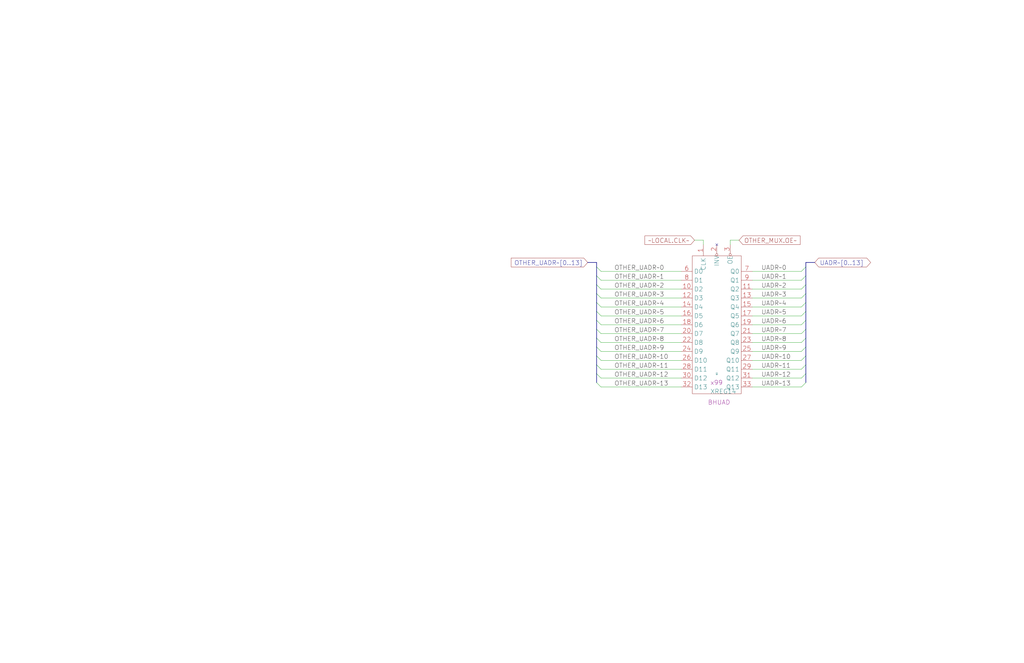
<source format=kicad_sch>
(kicad_sch (version 20220404) (generator eeschema)
  (paper "User" 584.2 378.46)
  (title_block (title "BAD HINT MICRO ADDRESS") (date "22-MAY-90") (rev "1.0") (comment 1 "SEQUENCER") (comment 2 "232-003064") (comment 3 "S400") (comment 4 "RELEASED"))
  (lib_symbols
    (symbol "r1000:XREG14" (pin_names (offset 1.016))
      (property "Reference" "U" (at 2.54 5.08 0))
      (property "Value" "XREG14" (at -1.27 -5.08 0))
      (property "Location" "___" (at -1.27 0 0))
      (property "Name" "______" (at 3.81 -12.7 0))
      (symbol "XREG14_1_1"
        (rectangle (start -11.43 72.39) (end 16.51 -6.35))
        (circle (center 2.54 73.025) (radius 0.635))
        (circle (center 10.16 73.025) (radius 0.635))
        (pin input line (at -5.08 78.74 270) (length 6.35) (name "CLK") (number "1"))
        (pin input line (at -17.78 53.34 0) (length 6.35) (name "D2") (number "10"))
        (pin tri_state line (at 22.86 53.34 180) (length 6.35) (name "Q2") (number "11"))
        (pin input line (at -17.78 48.26 0) (length 6.35) (name "D3") (number "12"))
        (pin tri_state line (at 22.86 48.26 180) (length 6.35) (name "Q3") (number "13"))
        (pin input line (at -17.78 43.18 0) (length 6.35) (name "D4") (number "14"))
        (pin tri_state line (at 22.86 43.18 180) (length 6.35) (name "Q4") (number "15"))
        (pin input line (at -17.78 38.1 0) (length 6.35) (name "D5") (number "16"))
        (pin tri_state line (at 22.86 38.1 180) (length 6.35) (name "Q5") (number "17"))
        (pin input line (at -17.78 33.02 0) (length 6.35) (name "D6") (number "18"))
        (pin tri_state line (at 22.86 33.02 180) (length 6.35) (name "Q6") (number "19"))
        (pin input line (at 2.54 78.74 270) (length 5.08) (name "INV") (number "2"))
        (pin input line (at -17.78 27.94 0) (length 6.35) (name "D7") (number "20"))
        (pin tri_state line (at 22.86 27.94 180) (length 6.35) (name "Q7") (number "21"))
        (pin input line (at -17.78 22.86 0) (length 6.35) (name "D8") (number "22"))
        (pin tri_state line (at 22.86 22.86 180) (length 6.35) (name "Q8") (number "23"))
        (pin input line (at -17.78 17.78 0) (length 6.35) (name "D9") (number "24"))
        (pin tri_state line (at 22.86 17.78 180) (length 6.35) (name "Q9") (number "25"))
        (pin input line (at -17.78 12.7 0) (length 6.35) (name "D10") (number "26"))
        (pin tri_state line (at 22.86 12.7 180) (length 6.35) (name "Q10") (number "27"))
        (pin input line (at -17.78 7.62 0) (length 6.35) (name "D11") (number "28"))
        (pin tri_state line (at 22.86 7.62 180) (length 6.35) (name "Q11") (number "29"))
        (pin input line (at 10.16 78.74 270) (length 5.08) (name "OE") (number "3"))
        (pin input line (at -17.78 2.54 0) (length 6.35) (name "D12") (number "30"))
        (pin tri_state line (at 22.86 2.54 180) (length 6.35) (name "Q12") (number "31"))
        (pin input line (at -17.78 -2.54 0) (length 6.35) (name "D13") (number "32"))
        (pin tri_state line (at 22.86 -2.54 180) (length 6.35) (name "Q13") (number "33"))
        (pin input line (at -17.78 63.5 0) (length 6.35) (name "D0") (number "6"))
        (pin tri_state line (at 22.86 63.5 180) (length 6.35) (name "Q0") (number "7"))
        (pin input line (at -17.78 58.42 0) (length 6.35) (name "D1") (number "8"))
        (pin tri_state line (at 22.86 58.42 180) (length 6.35) (name "Q1") (number "9"))
      )
    )
  )
  (no_connect (at 408.94 139.7))
  (bus_entry (at 459.74 187.96) (size -2.54 2.54))
  (bus_entry (at 459.74 177.8) (size -2.54 2.54))
  (bus_entry (at 340.36 162.56) (size 2.54 2.54))
  (bus_entry (at 340.36 152.4) (size 2.54 2.54))
  (bus_entry (at 340.36 208.28) (size 2.54 2.54))
  (bus_entry (at 459.74 203.2) (size -2.54 2.54))
  (bus_entry (at 340.36 218.44) (size 2.54 2.54))
  (bus_entry (at 340.36 198.12) (size 2.54 2.54))
  (bus_entry (at 340.36 193.04) (size 2.54 2.54))
  (bus_entry (at 459.74 218.44) (size -2.54 2.54))
  (bus_entry (at 459.74 198.12) (size -2.54 2.54))
  (bus_entry (at 459.74 182.88) (size -2.54 2.54))
  (bus_entry (at 459.74 157.48) (size -2.54 2.54))
  (bus_entry (at 340.36 203.2) (size 2.54 2.54))
  (bus_entry (at 459.74 213.36) (size -2.54 2.54))
  (bus_entry (at 459.74 152.4) (size -2.54 2.54))
  (bus_entry (at 340.36 213.36) (size 2.54 2.54))
  (bus_entry (at 340.36 167.64) (size 2.54 2.54))
  (bus_entry (at 459.74 162.56) (size -2.54 2.54))
  (bus_entry (at 459.74 167.64) (size -2.54 2.54))
  (bus_entry (at 459.74 172.72) (size -2.54 2.54))
  (bus_entry (at 459.74 208.28) (size -2.54 2.54))
  (bus_entry (at 340.36 172.72) (size 2.54 2.54))
  (bus_entry (at 340.36 182.88) (size 2.54 2.54))
  (bus_entry (at 459.74 193.04) (size -2.54 2.54))
  (bus_entry (at 340.36 177.8) (size 2.54 2.54))
  (bus_entry (at 340.36 157.48) (size 2.54 2.54))
  (bus_entry (at 340.36 187.96) (size 2.54 2.54))
  (bus (pts (xy 464.82 149.86) (xy 459.74 149.86)))
  (bus (pts (xy 340.36 193.04) (xy 340.36 198.12)))
  (bus (pts (xy 340.36 198.12) (xy 340.36 203.2)))
  (bus (pts (xy 459.74 203.2) (xy 459.74 208.28)))
  (wire (pts (xy 429.26 200.66) (xy 457.2 200.66)))
  (bus (pts (xy 459.74 177.8) (xy 459.74 182.88)))
  (bus (pts (xy 340.36 172.72) (xy 340.36 177.8)))
  (bus (pts (xy 459.74 167.64) (xy 459.74 172.72)))
  (wire (pts (xy 342.9 195.58) (xy 388.62 195.58)))
  (bus (pts (xy 459.74 149.86) (xy 459.74 152.4)))
  (wire (pts (xy 342.9 165.1) (xy 388.62 165.1)))
  (wire (pts (xy 429.26 175.26) (xy 457.2 175.26)))
  (wire (pts (xy 342.9 170.18) (xy 388.62 170.18)))
  (bus (pts (xy 459.74 172.72) (xy 459.74 177.8)))
  (wire (pts (xy 429.26 195.58) (xy 457.2 195.58)))
  (wire (pts (xy 401.32 137.16) (xy 401.32 139.7)))
  (wire (pts (xy 429.26 180.34) (xy 457.2 180.34)))
  (bus (pts (xy 459.74 157.48) (xy 459.74 162.56)))
  (bus (pts (xy 459.74 193.04) (xy 459.74 198.12)))
  (wire (pts (xy 342.9 215.9) (xy 388.62 215.9)))
  (bus (pts (xy 459.74 213.36) (xy 459.74 218.44)))
  (bus (pts (xy 340.36 208.28) (xy 340.36 213.36)))
  (wire (pts (xy 342.9 185.42) (xy 388.62 185.42)))
  (wire (pts (xy 429.26 154.94) (xy 457.2 154.94)))
  (wire (pts (xy 342.9 210.82) (xy 388.62 210.82)))
  (bus (pts (xy 340.36 182.88) (xy 340.36 187.96)))
  (bus (pts (xy 459.74 162.56) (xy 459.74 167.64)))
  (bus (pts (xy 340.36 162.56) (xy 340.36 167.64)))
  (wire (pts (xy 429.26 160.02) (xy 457.2 160.02)))
  (wire (pts (xy 429.26 205.74) (xy 457.2 205.74)))
  (wire (pts (xy 429.26 210.82) (xy 457.2 210.82)))
  (wire (pts (xy 429.26 215.9) (xy 457.2 215.9)))
  (bus (pts (xy 459.74 198.12) (xy 459.74 203.2)))
  (wire (pts (xy 342.9 205.74) (xy 388.62 205.74)))
  (wire (pts (xy 342.9 220.98) (xy 388.62 220.98)))
  (wire (pts (xy 429.26 185.42) (xy 457.2 185.42)))
  (bus (pts (xy 340.36 177.8) (xy 340.36 182.88)))
  (bus (pts (xy 340.36 213.36) (xy 340.36 218.44)))
  (wire (pts (xy 416.56 137.16) (xy 416.56 139.7)))
  (bus (pts (xy 340.36 152.4) (xy 340.36 157.48)))
  (bus (pts (xy 340.36 167.64) (xy 340.36 172.72)))
  (wire (pts (xy 342.9 190.5) (xy 388.62 190.5)))
  (wire (pts (xy 342.9 180.34) (xy 388.62 180.34)))
  (bus (pts (xy 459.74 208.28) (xy 459.74 213.36)))
  (wire (pts (xy 429.26 190.5) (xy 457.2 190.5)))
  (wire (pts (xy 396.24 137.16) (xy 401.32 137.16)))
  (bus (pts (xy 340.36 187.96) (xy 340.36 193.04)))
  (wire (pts (xy 429.26 165.1) (xy 457.2 165.1)))
  (bus (pts (xy 459.74 187.96) (xy 459.74 193.04)))
  (wire (pts (xy 429.26 220.98) (xy 457.2 220.98)))
  (wire (pts (xy 342.9 175.26) (xy 388.62 175.26)))
  (wire (pts (xy 421.64 137.16) (xy 416.56 137.16)))
  (bus (pts (xy 335.28 149.86) (xy 340.36 149.86)))
  (wire (pts (xy 342.9 200.66) (xy 388.62 200.66)))
  (bus (pts (xy 340.36 203.2) (xy 340.36 208.28)))
  (bus (pts (xy 459.74 182.88) (xy 459.74 187.96)))
  (wire (pts (xy 342.9 154.94) (xy 388.62 154.94)))
  (bus (pts (xy 340.36 149.86) (xy 340.36 152.4)))
  (bus (pts (xy 459.74 152.4) (xy 459.74 157.48)))
  (wire (pts (xy 342.9 160.02) (xy 388.62 160.02)))
  (bus (pts (xy 340.36 157.48) (xy 340.36 162.56)))
  (wire (pts (xy 429.26 170.18) (xy 457.2 170.18)))
  (label "OTHER_UADR~4" (at 350.52 175.26 0) (effects (font (size 2.54 2.54))))
  (label "UADR~1" (at 434.34 160.02 0) (effects (font (size 2.54 2.54))))
  (label "OTHER_UADR~5" (at 350.52 180.34 0) (effects (font (size 2.54 2.54))))
  (label "OTHER_UADR~12" (at 350.52 215.9 0) (effects (font (size 2.54 2.54))))
  (label "OTHER_UADR~2" (at 350.52 165.1 0) (effects (font (size 2.54 2.54))))
  (label "OTHER_UADR~3" (at 350.52 170.18 0) (effects (font (size 2.54 2.54))))
  (label "OTHER_UADR~9" (at 350.52 200.66 0) (effects (font (size 2.54 2.54))))
  (label "UADR~3" (at 434.34 170.18 0) (effects (font (size 2.54 2.54))))
  (label "UADR~10" (at 434.34 205.74 0) (effects (font (size 2.54 2.54))))
  (label "UADR~11" (at 434.34 210.82 0) (effects (font (size 2.54 2.54))))
  (label "UADR~2" (at 434.34 165.1 0) (effects (font (size 2.54 2.54))))
  (label "OTHER_UADR~11" (at 350.52 210.82 0) (effects (font (size 2.54 2.54))))
  (label "OTHER_UADR~10" (at 350.52 205.74 0) (effects (font (size 2.54 2.54))))
  (label "OTHER_UADR~13" (at 350.52 220.98 0) (effects (font (size 2.54 2.54))))
  (label "OTHER_UADR~6" (at 350.52 185.42 0) (effects (font (size 2.54 2.54))))
  (label "UADR~6" (at 434.34 185.42 0) (effects (font (size 2.54 2.54))))
  (label "UADR~5" (at 434.34 180.34 0) (effects (font (size 2.54 2.54))))
  (label "OTHER_UADR~7" (at 350.52 190.5 0) (effects (font (size 2.54 2.54))))
  (label "OTHER_UADR~1" (at 350.52 160.02 0) (effects (font (size 2.54 2.54))))
  (label "OTHER_UADR~0" (at 350.52 154.94 0) (effects (font (size 2.54 2.54))))
  (label "UADR~8" (at 434.34 195.58 0) (effects (font (size 2.54 2.54))))
  (label "UADR~13" (at 434.34 220.98 0) (effects (font (size 2.54 2.54))))
  (label "OTHER_UADR~8" (at 350.52 195.58 0) (effects (font (size 2.54 2.54))))
  (label "UADR~12" (at 434.34 215.9 0) (effects (font (size 2.54 2.54))))
  (label "UADR~0" (at 434.34 154.94 0) (effects (font (size 2.54 2.54))))
  (label "UADR~4" (at 434.34 175.26 0) (effects (font (size 2.54 2.54))))
  (label "UADR~9" (at 434.34 200.66 0) (effects (font (size 2.54 2.54))))
  (label "UADR~7" (at 434.34 190.5 0) (effects (font (size 2.54 2.54))))
  (global_label "~LOCAL.CLK~" (shape input) (at 396.24 137.16 180) (effects (font (size 2.54 2.54))) (property "Intersheet References" "${INTERSHEET_REFS}" (at 367.9492 137.0013 0) (effects (font (size 1.905 1.905)) (justify right))))
  (global_label "UADR~[0..13]" (shape bidirectional) (at 464.82 149.86 0) (effects (font (size 2.54 2.54))) (property "Intersheet References" "${INTERSHEET_REFS}" (at 494.4412 149.7013 0) (effects (font (size 1.905 1.905)) (justify left))))
  (global_label "OTHER_UADR~[0..13]" (shape input) (at 335.28 149.86 180) (effects (font (size 2.54 2.54))) (property "Intersheet References" "${INTERSHEET_REFS}" (at 291.6283 149.7013 0) (effects (font (size 1.905 1.905)) (justify right))))
  (global_label "OTHER_MUX.OE~" (shape input) (at 421.64 137.16 0) (effects (font (size 2.54 2.54))) (property "Intersheet References" "${INTERSHEET_REFS}" (at 456.4622 137.0013 0) (effects (font (size 1.905 1.905)) (justify left))))
  (symbol (lib_id "r1000:XREG14") (at 406.4 218.44 0) (unit 1)
    (default_instance (reference "U") (unit 1) (value "XREG14") (footprint ""))
    (property "Reference" "U" (at 408.94 213.36 0))
    (property "Value" "XREG14" (at 405.13 223.52 0) (effects (font (size 2.54 2.54)) (justify left)))
    (property "Location" "x99" (at 405.13 218.44 0) (effects (font (size 2.54 2.54)) (justify left)))
    (property "Name" "BHUAD" (at 410.21 231.14 0) (effects (font (size 2.54 2.54)) (justify bottom)))
  )
)
</source>
